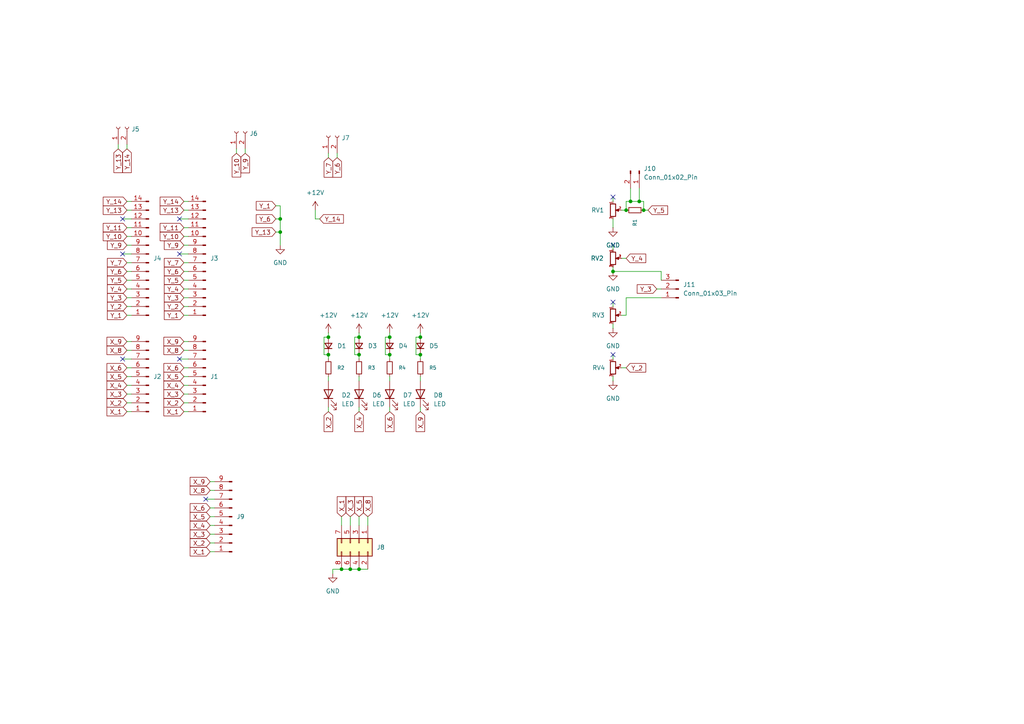
<source format=kicad_sch>
(kicad_sch (version 20250114) (generator "eeschema") (generator_version "9.0")
  (paper "A4")
  (lib_symbols
    (symbol "Connector:Conn_01x02_Pin" (pin_names (offset 1.016) (hide yes))
      (property "Reference" "J" (at 0 2.54 0))
      (property "Value" "Conn_01x02_Pin" (at 0 -5.08 0))
      (symbol "Conn_01x02_Pin_1_1"
        (rectangle (start 0.8636 0.127) (end 0 -0.127) (stroke (width 0.1524)) (fill (type outline)))
        (rectangle (start 0.8636 -2.413) (end 0 -2.667) (stroke (width 0.1524)) (fill (type outline)))
        (polyline (pts (xy 1.27 0) (xy 0.8636 0)) (stroke (width 0.1524)))
        (polyline (pts (xy 1.27 -2.54) (xy 0.8636 -2.54)) (stroke (width 0.1524)))
        (pin passive line (at 5.08 0 180) (length 3.81) (name "Pin_1") (number "1"))
        (pin passive line (at 5.08 -2.54 180) (length 3.81) (name "Pin_2") (number "2"))
      )
    )
    (symbol "Connector:Conn_01x02_Socket" (pin_names (offset 1.016) (hide yes))
      (property "Reference" "J" (at 0 2.54 0))
      (property "Value" "Conn_01x02_Socket" (at 0 -5.08 0))
      (symbol "Conn_01x02_Socket_1_1"
        (polyline (pts (xy -1.27 0) (xy -0.508 0)) (stroke (width 0.1524)))
        (polyline (pts (xy -1.27 -2.54) (xy -0.508 -2.54)) (stroke (width 0.1524)))
        (arc (start 0 -0.508) (mid -0.5058 0) (end 0 0.508) (stroke (width 0.1524)))
        (arc (start 0 -3.048) (mid -0.5058 -2.54) (end 0 -2.032) (stroke (width 0.1524)))
        (pin passive line (at -5.08 0 0) (length 3.81) (name "Pin_1") (number "1"))
        (pin passive line (at -5.08 -2.54 0) (length 3.81) (name "Pin_2") (number "2"))
      )
    )
    (symbol "Connector:Conn_01x03_Pin" (pin_names (offset 1.016) (hide yes))
      (property "Reference" "J" (at 0 5.08 0))
      (property "Value" "Conn_01x03_Pin" (at 0 -5.08 0))
      (symbol "Conn_01x03_Pin_1_1"
        (rectangle (start 0.8636 2.667) (end 0 2.413) (stroke (width 0.1524)) (fill (type outline)))
        (rectangle (start 0.8636 0.127) (end 0 -0.127) (stroke (width 0.1524)) (fill (type outline)))
        (rectangle (start 0.8636 -2.413) (end 0 -2.667) (stroke (width 0.1524)) (fill (type outline)))
        (polyline (pts (xy 1.27 2.54) (xy 0.8636 2.54)) (stroke (width 0.1524)))
        (polyline (pts (xy 1.27 0) (xy 0.8636 0)) (stroke (width 0.1524)))
        (polyline (pts (xy 1.27 -2.54) (xy 0.8636 -2.54)) (stroke (width 0.1524)))
        (pin passive line (at 5.08 2.54 180) (length 3.81) (name "Pin_1") (number "1"))
        (pin passive line (at 5.08 0 180) (length 3.81) (name "Pin_2") (number "2"))
        (pin passive line (at 5.08 -2.54 180) (length 3.81) (name "Pin_3") (number "3"))
      )
    )
    (symbol "Connector:Conn_01x09_Pin" (pin_names (offset 1.016) (hide yes))
      (property "Reference" "J" (at 0 12.7 0))
      (property "Value" "Conn_01x09_Pin" (at 0 -12.7 0))
      (symbol "Conn_01x09_Pin_1_1"
        (rectangle (start 0.8636 10.287) (end 0 10.033) (stroke (width 0.1524)) (fill (type outline)))
        (rectangle (start 0.8636 7.747) (end 0 7.493) (stroke (width 0.1524)) (fill (type outline)))
        (rectangle (start 0.8636 5.207) (end 0 4.953) (stroke (width 0.1524)) (fill (type outline)))
        (rectangle (start 0.8636 2.667) (end 0 2.413) (stroke (width 0.1524)) (fill (type outline)))
        (rectangle (start 0.8636 0.127) (end 0 -0.127) (stroke (width 0.1524)) (fill (type outline)))
        (rectangle (start 0.8636 -2.413) (end 0 -2.667) (stroke (width 0.1524)) (fill (type outline)))
        (rectangle (start 0.8636 -4.953) (end 0 -5.207) (stroke (width 0.1524)) (fill (type outline)))
        (rectangle (start 0.8636 -7.493) (end 0 -7.747) (stroke (width 0.1524)) (fill (type outline)))
        (rectangle (start 0.8636 -10.033) (end 0 -10.287) (stroke (width 0.1524)) (fill (type outline)))
        (polyline (pts (xy 1.27 10.16) (xy 0.8636 10.16)) (stroke (width 0.1524)))
        (polyline (pts (xy 1.27 7.62) (xy 0.8636 7.62)) (stroke (width 0.1524)))
        (polyline (pts (xy 1.27 5.08) (xy 0.8636 5.08)) (stroke (width 0.1524)))
        (polyline (pts (xy 1.27 2.54) (xy 0.8636 2.54)) (stroke (width 0.1524)))
        (polyline (pts (xy 1.27 0) (xy 0.8636 0)) (stroke (width 0.1524)))
        (polyline (pts (xy 1.27 -2.54) (xy 0.8636 -2.54)) (stroke (width 0.1524)))
        (polyline (pts (xy 1.27 -5.08) (xy 0.8636 -5.08)) (stroke (width 0.1524)))
        (polyline (pts (xy 1.27 -7.62) (xy 0.8636 -7.62)) (stroke (width 0.1524)))
        (polyline (pts (xy 1.27 -10.16) (xy 0.8636 -10.16)) (stroke (width 0.1524)))
        (pin passive line (at 5.08 10.16 180) (length 3.81) (name "Pin_1") (number "1"))
        (pin passive line (at 5.08 7.62 180) (length 3.81) (name "Pin_2") (number "2"))
        (pin passive line (at 5.08 5.08 180) (length 3.81) (name "Pin_3") (number "3"))
        (pin passive line (at 5.08 2.54 180) (length 3.81) (name "Pin_4") (number "4"))
        (pin passive line (at 5.08 0 180) (length 3.81) (name "Pin_5") (number "5"))
        (pin passive line (at 5.08 -2.54 180) (length 3.81) (name "Pin_6") (number "6"))
        (pin passive line (at 5.08 -5.08 180) (length 3.81) (name "Pin_7") (number "7"))
        (pin passive line (at 5.08 -7.62 180) (length 3.81) (name "Pin_8") (number "8"))
        (pin passive line (at 5.08 -10.16 180) (length 3.81) (name "Pin_9") (number "9"))
      )
    )
    (symbol "Connector:Conn_01x14_Pin" (pin_names (offset 1.016) (hide yes))
      (property "Reference" "J" (at 0 17.78 0))
      (property "Value" "Conn_01x14_Pin" (at 0 -20.32 0))
      (symbol "Conn_01x14_Pin_1_1"
        (rectangle (start 0.8636 15.367) (end 0 15.113) (stroke (width 0.1524)) (fill (type outline)))
        (rectangle (start 0.8636 12.827) (end 0 12.573) (stroke (width 0.1524)) (fill (type outline)))
        (rectangle (start 0.8636 10.287) (end 0 10.033) (stroke (width 0.1524)) (fill (type outline)))
        (rectangle (start 0.8636 7.747) (end 0 7.493) (stroke (width 0.1524)) (fill (type outline)))
        (rectangle (start 0.8636 5.207) (end 0 4.953) (stroke (width 0.1524)) (fill (type outline)))
        (rectangle (start 0.8636 2.667) (end 0 2.413) (stroke (width 0.1524)) (fill (type outline)))
        (rectangle (start 0.8636 0.127) (end 0 -0.127) (stroke (width 0.1524)) (fill (type outline)))
        (rectangle (start 0.8636 -2.413) (end 0 -2.667) (stroke (width 0.1524)) (fill (type outline)))
        (rectangle (start 0.8636 -4.953) (end 0 -5.207) (stroke (width 0.1524)) (fill (type outline)))
        (rectangle (start 0.8636 -7.493) (end 0 -7.747) (stroke (width 0.1524)) (fill (type outline)))
        (rectangle (start 0.8636 -10.033) (end 0 -10.287) (stroke (width 0.1524)) (fill (type outline)))
        (rectangle (start 0.8636 -12.573) (end 0 -12.827) (stroke (width 0.1524)) (fill (type outline)))
        (rectangle (start 0.8636 -15.113) (end 0 -15.367) (stroke (width 0.1524)) (fill (type outline)))
        (rectangle (start 0.8636 -17.653) (end 0 -17.907) (stroke (width 0.1524)) (fill (type outline)))
        (polyline (pts (xy 1.27 15.24) (xy 0.8636 15.24)) (stroke (width 0.1524)))
        (polyline (pts (xy 1.27 12.7) (xy 0.8636 12.7)) (stroke (width 0.1524)))
        (polyline (pts (xy 1.27 10.16) (xy 0.8636 10.16)) (stroke (width 0.1524)))
        (polyline (pts (xy 1.27 7.62) (xy 0.8636 7.62)) (stroke (width 0.1524)))
        (polyline (pts (xy 1.27 5.08) (xy 0.8636 5.08)) (stroke (width 0.1524)))
        (polyline (pts (xy 1.27 2.54) (xy 0.8636 2.54)) (stroke (width 0.1524)))
        (polyline (pts (xy 1.27 0) (xy 0.8636 0)) (stroke (width 0.1524)))
        (polyline (pts (xy 1.27 -2.54) (xy 0.8636 -2.54)) (stroke (width 0.1524)))
        (polyline (pts (xy 1.27 -5.08) (xy 0.8636 -5.08)) (stroke (width 0.1524)))
        (polyline (pts (xy 1.27 -7.62) (xy 0.8636 -7.62)) (stroke (width 0.1524)))
        (polyline (pts (xy 1.27 -10.16) (xy 0.8636 -10.16)) (stroke (width 0.1524)))
        (polyline (pts (xy 1.27 -12.7) (xy 0.8636 -12.7)) (stroke (width 0.1524)))
        (polyline (pts (xy 1.27 -15.24) (xy 0.8636 -15.24)) (stroke (width 0.1524)))
        (polyline (pts (xy 1.27 -17.78) (xy 0.8636 -17.78)) (stroke (width 0.1524)))
        (pin passive line (at 5.08 15.24 180) (length 3.81) (name "Pin_1") (number "1"))
        (pin passive line (at 5.08 12.7 180) (length 3.81) (name "Pin_2") (number "2"))
        (pin passive line (at 5.08 10.16 180) (length 3.81) (name "Pin_3") (number "3"))
        (pin passive line (at 5.08 7.62 180) (length 3.81) (name "Pin_4") (number "4"))
        (pin passive line (at 5.08 5.08 180) (length 3.81) (name "Pin_5") (number "5"))
        (pin passive line (at 5.08 2.54 180) (length 3.81) (name "Pin_6") (number "6"))
        (pin passive line (at 5.08 0 180) (length 3.81) (name "Pin_7") (number "7"))
        (pin passive line (at 5.08 -2.54 180) (length 3.81) (name "Pin_8") (number "8"))
        (pin passive line (at 5.08 -5.08 180) (length 3.81) (name "Pin_9") (number "9"))
        (pin passive line (at 5.08 -7.62 180) (length 3.81) (name "Pin_10") (number "10"))
        (pin passive line (at 5.08 -10.16 180) (length 3.81) (name "Pin_11") (number "11"))
        (pin passive line (at 5.08 -12.7 180) (length 3.81) (name "Pin_12") (number "12"))
        (pin passive line (at 5.08 -15.24 180) (length 3.81) (name "Pin_13") (number "13"))
        (pin passive line (at 5.08 -17.78 180) (length 3.81) (name "Pin_14") (number "14"))
      )
    )
    (symbol "Connector_Generic:Conn_02x04_Odd_Even" (pin_names (offset 1.016) (hide yes))
      (property "Reference" "J" (at 1.27 5.08 0))
      (property "Value" "Conn_02x04_Odd_Even" (at 1.27 -7.62 0))
      (symbol "Conn_02x04_Odd_Even_1_1"
        (rectangle (start -1.27 3.81) (end 3.81 -6.35) (stroke (width 0.254)) (fill (type background)))
        (rectangle (start -1.27 2.667) (end 0 2.413) (stroke (width 0.1524)))
        (rectangle (start -1.27 0.127) (end 0 -0.127) (stroke (width 0.1524)))
        (rectangle (start -1.27 -2.413) (end 0 -2.667) (stroke (width 0.1524)))
        (rectangle (start -1.27 -4.953) (end 0 -5.207) (stroke (width 0.1524)))
        (rectangle (start 3.81 2.667) (end 2.54 2.413) (stroke (width 0.1524)))
        (rectangle (start 3.81 0.127) (end 2.54 -0.127) (stroke (width 0.1524)))
        (rectangle (start 3.81 -2.413) (end 2.54 -2.667) (stroke (width 0.1524)))
        (rectangle (start 3.81 -4.953) (end 2.54 -5.207) (stroke (width 0.1524)))
        (pin passive line (at -5.08 2.54 0) (length 3.81) (name "Pin_1") (number "1"))
        (pin passive line (at -5.08 0 0) (length 3.81) (name "Pin_3") (number "3"))
        (pin passive line (at -5.08 -2.54 0) (length 3.81) (name "Pin_5") (number "5"))
        (pin passive line (at -5.08 -5.08 0) (length 3.81) (name "Pin_7") (number "7"))
        (pin passive line (at 7.62 2.54 180) (length 3.81) (name "Pin_2") (number "2"))
        (pin passive line (at 7.62 0 180) (length 3.81) (name "Pin_4") (number "4"))
        (pin passive line (at 7.62 -2.54 180) (length 3.81) (name "Pin_6") (number "6"))
        (pin passive line (at 7.62 -5.08 180) (length 3.81) (name "Pin_8") (number "8"))
      )
    )
    (symbol "Device:D_Small" (pin_numbers (hide yes)) (pin_names (offset 0.254) (hide yes))
      (property "Reference" "D" (at -1.27 2.032 0))
      (property "Value" "D_Small" (at -3.81 -2.032 0))
      (symbol "D_Small_0_1"
        (polyline (pts (xy -0.762 0) (xy 0.762 0)))
        (polyline (pts (xy -0.762 -1.016) (xy -0.762 1.016)) (stroke (width 0.254)))
        (polyline (pts (xy 0.762 -1.016) (xy -0.762 0) (xy 0.762 1.016) (xy 0.762 -1.016)) (stroke (width 0.254)))
      )
      (symbol "D_Small_1_1"
        (pin passive line (at -2.54 0 0) (length 1.778) (name "K") (number "1"))
        (pin passive line (at 2.54 0 180) (length 1.778) (name "A") (number "2"))
      )
    )
    (symbol "Device:LED" (pin_numbers (hide yes)) (pin_names (offset 1.016) (hide yes))
      (property "Reference" "D" (at 0 2.54 0))
      (property "Value" "LED" (at 0 -2.54 0))
      (symbol "LED_0_1"
        (polyline (pts (xy -3.048 -0.762) (xy -4.572 -2.286) (xy -3.81 -2.286) (xy -4.572 -2.286) (xy -4.572 -1.524)))
        (polyline (pts (xy -1.778 -0.762) (xy -3.302 -2.286) (xy -2.54 -2.286) (xy -3.302 -2.286) (xy -3.302 -1.524)))
        (polyline (pts (xy -1.27 0) (xy 1.27 0)))
        (polyline (pts (xy -1.27 -1.27) (xy -1.27 1.27)) (stroke (width 0.254)))
        (polyline (pts (xy 1.27 -1.27) (xy 1.27 1.27) (xy -1.27 0) (xy 1.27 -1.27)) (stroke (width 0.254)))
      )
      (symbol "LED_1_1"
        (pin passive line (at -3.81 0 0) (length 2.54) (name "K") (number "1"))
        (pin passive line (at 3.81 0 180) (length 2.54) (name "A") (number "2"))
      )
    )
    (symbol "Device:R_Potentiometer_Small" (pin_names (offset 1.016) (hide yes))
      (property "Reference" "RV" (at -4.445 0 90))
      (property "Value" "R_Potentiometer_Small" (at -2.54 0 90))
      (symbol "R_Potentiometer_Small_0_1"
        (rectangle (start 0.762 1.8034) (end -0.762 -1.8034) (stroke (width 0.254)))
        (polyline (pts (xy 0.889 0) (xy 0.635 0) (xy 1.651 0.381) (xy 1.651 -0.381) (xy 0.635 0) (xy 0.889 0)) (fill (type outline)))
      )
      (symbol "R_Potentiometer_Small_1_1"
        (pin passive line (at 0 2.54 270) (length 0.635) (name "1") (number "1"))
        (pin passive line (at 0 -2.54 90) (length 0.635) (name "3") (number "3"))
        (pin passive line (at 2.54 0 180) (length 0.9906) (name "2") (number "2"))
      )
    )
    (symbol "Device:R_Small" (pin_numbers (hide yes)) (pin_names (offset 0.254) (hide yes))
      (property "Reference" "R" (at 0 0 90))
      (property "Value" "R_Small" (at 1.778 0 90))
      (symbol "R_Small_0_1"
        (rectangle (start -0.762 1.778) (end 0.762 -1.778) (stroke (width 0.2032)))
      )
      (symbol "R_Small_1_1"
        (pin passive line (at 0 2.54 270) (length 0.762) (name "~") (number "1"))
        (pin passive line (at 0 -2.54 90) (length 0.762) (name "~") (number "2"))
      )
    )
    (symbol "power:+12V" (power) (pin_numbers (hide yes)) (pin_names (offset 0) (hide yes))
      (property "Value" "+12V" (at 0 3.556 0))
      (symbol "+12V_0_1"
        (polyline (pts (xy -0.762 1.27) (xy 0 2.54)))
        (polyline (pts (xy 0 2.54) (xy 0.762 1.27)))
        (polyline (pts (xy 0 0) (xy 0 2.54)))
      )
      (symbol "+12V_1_1"
        (pin power_in line (at 0 0 90) (length 0) (name "~") (number "1"))
      )
    )
    (symbol "power:GND" (power) (pin_numbers (hide yes)) (pin_names (offset 0) (hide yes))
      (property "Value" "GND" (at 0 -3.81 0))
      (symbol "GND_0_1"
        (polyline (pts (xy 0 0) (xy 0 -1.27) (xy 1.27 -1.27) (xy 0 -2.54) (xy -1.27 -1.27) (xy 0 -1.27)))
      )
      (symbol "GND_1_1"
        (pin power_in line (at 0 0 270) (length 0) (name "~") (number "1"))
      )
    )
  )
  (junction (at 113.03 97.79))
  (junction (at 81.28 63.5))
  (junction (at 186.69 60.96))
  (junction (at 95.25 97.79))
  (junction (at 101.6 165.1))
  (junction (at 113.03 102.87))
  (junction (at 95.25 102.87))
  (junction (at 104.14 97.79))
  (junction (at 99.06 165.1))
  (junction (at 181.61 60.96))
  (junction (at 182.88 58.42))
  (junction (at 177.8 78.74))
  (junction (at 104.14 165.1))
  (junction (at 81.28 67.31))
  (junction (at 121.92 102.87))
  (junction (at 104.14 102.87))
  (junction (at 121.92 97.79))
  (junction (at 185.42 58.42))
  (no_connect (at 52.07 63.5))
  (no_connect (at 35.56 63.5))
  (no_connect (at 59.69 144.78))
  (no_connect (at 35.56 73.66))
  (no_connect (at 177.8 71.12))
  (no_connect (at 177.8 102.87))
  (no_connect (at 177.8 87.63))
  (no_connect (at 52.07 73.66))
  (no_connect (at 35.56 104.14))
  (no_connect (at 177.8 57.15))
  (no_connect (at 52.07 104.14))
  (wire (pts (xy 113.03 102.87) (xy 113.03 104.14)))
  (wire (pts (xy 59.69 144.78) (xy 62.23 144.78)))
  (wire (pts (xy 99.06 165.1) (xy 101.6 165.1)))
  (wire (pts (xy 36.83 109.22) (xy 38.1 109.22)))
  (wire (pts (xy 186.69 58.42) (xy 186.69 60.96)))
  (wire (pts (xy 60.96 160.02) (xy 62.23 160.02)))
  (wire (pts (xy 53.34 116.84) (xy 54.61 116.84)))
  (wire (pts (xy 36.83 60.96) (xy 38.1 60.96)))
  (wire (pts (xy 121.92 96.52) (xy 121.92 97.79)))
  (wire (pts (xy 60.96 157.48) (xy 62.23 157.48)))
  (wire (pts (xy 177.8 57.15) (xy 177.8 58.42)))
  (wire (pts (xy 95.25 118.11) (xy 95.25 119.38)))
  (wire (pts (xy 177.8 87.63) (xy 177.8 88.9)))
  (wire (pts (xy 93.98 97.79) (xy 93.98 102.87)))
  (wire (pts (xy 120.65 97.79) (xy 120.65 102.87)))
  (wire (pts (xy 52.07 63.5) (xy 54.61 63.5)))
  (wire (pts (xy 111.76 97.79) (xy 111.76 102.87)))
  (wire (pts (xy 53.34 66.04) (xy 54.61 66.04)))
  (wire (pts (xy 36.83 91.44) (xy 38.1 91.44)))
  (wire (pts (xy 53.34 86.36) (xy 54.61 86.36)))
  (wire (pts (xy 53.34 111.76) (xy 54.61 111.76)))
  (wire (pts (xy 36.83 83.82) (xy 38.1 83.82)))
  (wire (pts (xy 120.65 102.87) (xy 121.92 102.87)))
  (wire (pts (xy 60.96 139.7) (xy 62.23 139.7)))
  (wire (pts (xy 60.96 152.4) (xy 62.23 152.4)))
  (wire (pts (xy 177.8 102.87) (xy 177.8 104.14)))
  (wire (pts (xy 95.25 97.79) (xy 93.98 97.79)))
  (wire (pts (xy 104.14 102.87) (xy 104.14 104.14)))
  (wire (pts (xy 36.83 76.2) (xy 38.1 76.2)))
  (wire (pts (xy 36.83 66.04) (xy 38.1 66.04)))
  (wire (pts (xy 97.79 44.45) (xy 97.79 45.72)))
  (wire (pts (xy 95.25 44.45) (xy 95.25 45.72)))
  (wire (pts (xy 60.96 154.94) (xy 62.23 154.94)))
  (wire (pts (xy 95.25 109.22) (xy 95.25 110.49)))
  (wire (pts (xy 36.83 99.06) (xy 38.1 99.06)))
  (wire (pts (xy 190.5 83.82) (xy 191.77 83.82)))
  (wire (pts (xy 121.92 102.87) (xy 121.92 104.14)))
  (wire (pts (xy 102.87 97.79) (xy 102.87 102.87)))
  (wire (pts (xy 53.34 101.6) (xy 54.61 101.6)))
  (wire (pts (xy 68.58 43.18) (xy 68.58 44.45)))
  (wire (pts (xy 36.83 101.6) (xy 38.1 101.6)))
  (wire (pts (xy 96.52 165.1) (xy 99.06 165.1)))
  (wire (pts (xy 81.28 71.12) (xy 81.28 67.31)))
  (wire (pts (xy 81.28 63.5) (xy 81.28 59.69)))
  (wire (pts (xy 35.56 104.14) (xy 38.1 104.14)))
  (wire (pts (xy 53.34 60.96) (xy 54.61 60.96)))
  (wire (pts (xy 113.03 96.52) (xy 113.03 97.79)))
  (wire (pts (xy 91.44 60.96) (xy 91.44 63.5)))
  (wire (pts (xy 121.92 109.22) (xy 121.92 110.49)))
  (wire (pts (xy 180.34 106.68) (xy 181.61 106.68)))
  (wire (pts (xy 81.28 59.69) (xy 80.01 59.69)))
  (wire (pts (xy 53.34 58.42) (xy 54.61 58.42)))
  (wire (pts (xy 81.28 67.31) (xy 81.28 63.5)))
  (wire (pts (xy 180.34 91.44) (xy 181.61 91.44)))
  (wire (pts (xy 102.87 102.87) (xy 104.14 102.87)))
  (wire (pts (xy 104.14 97.79) (xy 102.87 97.79)))
  (wire (pts (xy 104.14 165.1) (xy 106.68 165.1)))
  (wire (pts (xy 113.03 97.79) (xy 111.76 97.79)))
  (wire (pts (xy 36.83 81.28) (xy 38.1 81.28)))
  (wire (pts (xy 191.77 78.74) (xy 191.77 81.28)))
  (wire (pts (xy 185.42 58.42) (xy 186.69 58.42)))
  (wire (pts (xy 91.44 63.5) (xy 92.71 63.5)))
  (wire (pts (xy 53.34 81.28) (xy 54.61 81.28)))
  (wire (pts (xy 36.83 71.12) (xy 38.1 71.12)))
  (wire (pts (xy 53.34 106.68) (xy 54.61 106.68)))
  (wire (pts (xy 60.96 147.32) (xy 62.23 147.32)))
  (wire (pts (xy 182.88 54.61) (xy 182.88 58.42)))
  (wire (pts (xy 177.8 63.5) (xy 177.8 66.04)))
  (wire (pts (xy 53.34 76.2) (xy 54.61 76.2)))
  (wire (pts (xy 36.83 119.38) (xy 38.1 119.38)))
  (wire (pts (xy 181.61 86.36) (xy 181.61 91.44)))
  (wire (pts (xy 53.34 71.12) (xy 54.61 71.12)))
  (wire (pts (xy 95.25 102.87) (xy 95.25 104.14)))
  (wire (pts (xy 36.83 114.3) (xy 38.1 114.3)))
  (wire (pts (xy 101.6 149.86) (xy 101.6 152.4)))
  (wire (pts (xy 52.07 104.14) (xy 54.61 104.14)))
  (wire (pts (xy 121.92 118.11) (xy 121.92 119.38)))
  (wire (pts (xy 53.34 109.22) (xy 54.61 109.22)))
  (wire (pts (xy 53.34 68.58) (xy 54.61 68.58)))
  (wire (pts (xy 34.29 41.91) (xy 34.29 43.18)))
  (wire (pts (xy 53.34 78.74) (xy 54.61 78.74)))
  (wire (pts (xy 80.01 63.5) (xy 81.28 63.5)))
  (wire (pts (xy 180.34 60.96) (xy 181.61 60.96)))
  (wire (pts (xy 36.83 58.42) (xy 38.1 58.42)))
  (wire (pts (xy 185.42 54.61) (xy 185.42 58.42)))
  (wire (pts (xy 71.12 43.18) (xy 71.12 44.45)))
  (wire (pts (xy 101.6 165.1) (xy 104.14 165.1)))
  (wire (pts (xy 53.34 88.9) (xy 54.61 88.9)))
  (wire (pts (xy 36.83 41.91) (xy 36.83 43.18)))
  (wire (pts (xy 180.34 74.93) (xy 181.61 74.93)))
  (wire (pts (xy 177.8 78.74) (xy 191.77 78.74)))
  (wire (pts (xy 35.56 73.66) (xy 38.1 73.66)))
  (wire (pts (xy 36.83 111.76) (xy 38.1 111.76)))
  (wire (pts (xy 53.34 83.82) (xy 54.61 83.82)))
  (wire (pts (xy 99.06 149.86) (xy 99.06 152.4)))
  (wire (pts (xy 191.77 86.36) (xy 181.61 86.36)))
  (wire (pts (xy 181.61 60.96) (xy 181.61 58.42)))
  (wire (pts (xy 104.14 109.22) (xy 104.14 110.49)))
  (wire (pts (xy 95.25 96.52) (xy 95.25 97.79)))
  (wire (pts (xy 177.8 71.12) (xy 177.8 72.39)))
  (wire (pts (xy 104.14 149.86) (xy 104.14 152.4)))
  (wire (pts (xy 111.76 102.87) (xy 113.03 102.87)))
  (wire (pts (xy 36.83 106.68) (xy 38.1 106.68)))
  (wire (pts (xy 60.96 149.86) (xy 62.23 149.86)))
  (wire (pts (xy 35.56 63.5) (xy 38.1 63.5)))
  (wire (pts (xy 121.92 97.79) (xy 120.65 97.79)))
  (wire (pts (xy 36.83 78.74) (xy 38.1 78.74)))
  (wire (pts (xy 36.83 86.36) (xy 38.1 86.36)))
  (wire (pts (xy 36.83 88.9) (xy 38.1 88.9)))
  (wire (pts (xy 177.8 77.47) (xy 177.8 78.74)))
  (wire (pts (xy 177.8 93.98) (xy 177.8 95.25)))
  (wire (pts (xy 104.14 96.52) (xy 104.14 97.79)))
  (wire (pts (xy 106.68 149.86) (xy 106.68 152.4)))
  (wire (pts (xy 113.03 118.11) (xy 113.03 119.38)))
  (wire (pts (xy 36.83 68.58) (xy 38.1 68.58)))
  (wire (pts (xy 53.34 91.44) (xy 54.61 91.44)))
  (wire (pts (xy 113.03 109.22) (xy 113.03 110.49)))
  (wire (pts (xy 177.8 109.22) (xy 177.8 110.49)))
  (wire (pts (xy 53.34 119.38) (xy 54.61 119.38)))
  (wire (pts (xy 53.34 99.06) (xy 54.61 99.06)))
  (wire (pts (xy 52.07 73.66) (xy 54.61 73.66)))
  (wire (pts (xy 181.61 58.42) (xy 182.88 58.42)))
  (wire (pts (xy 80.01 67.31) (xy 81.28 67.31)))
  (wire (pts (xy 53.34 114.3) (xy 54.61 114.3)))
  (wire (pts (xy 182.88 58.42) (xy 185.42 58.42)))
  (wire (pts (xy 36.83 116.84) (xy 38.1 116.84)))
  (wire (pts (xy 104.14 118.11) (xy 104.14 119.38)))
  (wire (pts (xy 93.98 102.87) (xy 95.25 102.87)))
  (wire (pts (xy 60.96 142.24) (xy 62.23 142.24)))
  (wire (pts (xy 96.52 166.37) (xy 96.52 165.1)))
  (wire (pts (xy 186.69 60.96) (xy 187.96 60.96)))
  (global_label "X_1" (shape input) (at 53.34 119.38 180) (property "Intersheetrefs" "${INTERSHEET_REFS}" (effects (hide yes))))
  (global_label "X_3" (shape input) (at 36.83 114.3 180) (property "Intersheetrefs" "${INTERSHEET_REFS}" (effects (hide yes))))
  (global_label "X_8" (shape input) (at 36.83 101.6 180) (property "Intersheetrefs" "${INTERSHEET_REFS}" (effects (hide yes))))
  (global_label "X_4" (shape input) (at 36.83 111.76 180) (property "Intersheetrefs" "${INTERSHEET_REFS}" (effects (hide yes))))
  (global_label "Y_7" (shape input) (at 53.34 76.2 180) (property "Intersheetrefs" "${INTERSHEET_REFS}" (effects (hide yes))))
  (global_label "X_2" (shape input) (at 53.34 116.84 180) (property "Intersheetrefs" "${INTERSHEET_REFS}" (effects (hide yes))))
  (global_label "X_4" (shape input) (at 60.96 152.4 180) (property "Intersheetrefs" "${INTERSHEET_REFS}" (effects (hide yes))))
  (global_label "Y_10" (shape input) (at 68.58 44.45 270) (property "Intersheetrefs" "${INTERSHEET_REFS}" (effects (hide yes))))
  (global_label "X_1" (shape input) (at 99.06 149.86 90) (property "Intersheetrefs" "${INTERSHEET_REFS}" (effects (hide yes))))
  (global_label "Y_4" (shape input) (at 181.61 74.93 0) (property "Intersheetrefs" "${INTERSHEET_REFS}" (effects (hide yes))))
  (global_label "X_4" (shape input) (at 104.14 119.38 270) (property "Intersheetrefs" "${INTERSHEET_REFS}" (effects (hide yes))))
  (global_label "Y_3" (shape input) (at 36.83 86.36 180) (property "Intersheetrefs" "${INTERSHEET_REFS}" (effects (hide yes))))
  (global_label "X_5" (shape input) (at 104.14 149.86 90) (property "Intersheetrefs" "${INTERSHEET_REFS}" (effects (hide yes))))
  (global_label "X_2" (shape input) (at 60.96 157.48 180) (property "Intersheetrefs" "${INTERSHEET_REFS}" (effects (hide yes))))
  (global_label "Y_6" (shape input) (at 97.79 45.72 270) (property "Intersheetrefs" "${INTERSHEET_REFS}" (effects (hide yes))))
  (global_label "Y_9" (shape input) (at 36.83 71.12 180) (property "Intersheetrefs" "${INTERSHEET_REFS}" (effects (hide yes))))
  (global_label "Y_1" (shape input) (at 80.01 59.69 180) (property "Intersheetrefs" "${INTERSHEET_REFS}" (effects (hide yes))))
  (global_label "Y_3" (shape input) (at 53.34 86.36 180) (property "Intersheetrefs" "${INTERSHEET_REFS}" (effects (hide yes))))
  (global_label "Y_6" (shape input) (at 80.01 63.5 180) (property "Intersheetrefs" "${INTERSHEET_REFS}" (effects (hide yes))))
  (global_label "X_5" (shape input) (at 60.96 149.86 180) (property "Intersheetrefs" "${INTERSHEET_REFS}" (effects (hide yes))))
  (global_label "Y_2" (shape input) (at 53.34 88.9 180) (property "Intersheetrefs" "${INTERSHEET_REFS}" (effects (hide yes))))
  (global_label "Y_6" (shape input) (at 36.83 78.74 180) (property "Intersheetrefs" "${INTERSHEET_REFS}" (effects (hide yes))))
  (global_label "X_8" (shape input) (at 53.34 101.6 180) (property "Intersheetrefs" "${INTERSHEET_REFS}" (effects (hide yes))))
  (global_label "Y_1" (shape input) (at 53.34 91.44 180) (property "Intersheetrefs" "${INTERSHEET_REFS}" (effects (hide yes))))
  (global_label "Y_2" (shape input) (at 181.61 106.68 0) (property "Intersheetrefs" "${INTERSHEET_REFS}" (effects (hide yes))))
  (global_label "Y_10" (shape input) (at 53.34 68.58 180) (property "Intersheetrefs" "${INTERSHEET_REFS}" (effects (hide yes))))
  (global_label "Y_5" (shape input) (at 53.34 81.28 180) (property "Intersheetrefs" "${INTERSHEET_REFS}" (effects (hide yes))))
  (global_label "X_9" (shape input) (at 60.96 139.7 180) (property "Intersheetrefs" "${INTERSHEET_REFS}" (effects (hide yes))))
  (global_label "Y_14" (shape input) (at 53.34 58.42 180) (property "Intersheetrefs" "${INTERSHEET_REFS}" (effects (hide yes))))
  (global_label "Y_2" (shape input) (at 36.83 88.9 180) (property "Intersheetrefs" "${INTERSHEET_REFS}" (effects (hide yes))))
  (global_label "X_9" (shape input) (at 53.34 99.06 180) (property "Intersheetrefs" "${INTERSHEET_REFS}" (effects (hide yes))))
  (global_label "Y_9" (shape input) (at 71.12 44.45 270) (property "Intersheetrefs" "${INTERSHEET_REFS}" (effects (hide yes))))
  (global_label "X_1" (shape input) (at 36.83 119.38 180) (property "Intersheetrefs" "${INTERSHEET_REFS}" (effects (hide yes))))
  (global_label "X_5" (shape input) (at 53.34 109.22 180) (property "Intersheetrefs" "${INTERSHEET_REFS}" (effects (hide yes))))
  (global_label "X_9" (shape input) (at 121.92 119.38 270) (property "Intersheetrefs" "${INTERSHEET_REFS}" (effects (hide yes))))
  (global_label "Y_14" (shape input) (at 92.71 63.5 0) (property "Intersheetrefs" "${INTERSHEET_REFS}" (effects (hide yes))))
  (global_label "Y_7" (shape input) (at 36.83 76.2 180) (property "Intersheetrefs" "${INTERSHEET_REFS}" (effects (hide yes))))
  (global_label "Y_4" (shape input) (at 36.83 83.82 180) (property "Intersheetrefs" "${INTERSHEET_REFS}" (effects (hide yes))))
  (global_label "X_3" (shape input) (at 60.96 154.94 180) (property "Intersheetrefs" "${INTERSHEET_REFS}" (effects (hide yes))))
  (global_label "X_3" (shape input) (at 53.34 114.3 180) (property "Intersheetrefs" "${INTERSHEET_REFS}" (effects (hide yes))))
  (global_label "Y_7" (shape input) (at 95.25 45.72 270) (property "Intersheetrefs" "${INTERSHEET_REFS}" (effects (hide yes))))
  (global_label "X_1" (shape input) (at 60.96 160.02 180) (property "Intersheetrefs" "${INTERSHEET_REFS}" (effects (hide yes))))
  (global_label "Y_13" (shape input) (at 36.83 60.96 180) (property "Intersheetrefs" "${INTERSHEET_REFS}" (effects (hide yes))))
  (global_label "X_6" (shape input) (at 60.96 147.32 180) (property "Intersheetrefs" "${INTERSHEET_REFS}" (effects (hide yes))))
  (global_label "Y_11" (shape input) (at 36.83 66.04 180) (property "Intersheetrefs" "${INTERSHEET_REFS}" (effects (hide yes))))
  (global_label "Y_13" (shape input) (at 80.01 67.31 180) (property "Intersheetrefs" "${INTERSHEET_REFS}" (effects (hide yes))))
  (global_label "Y_13" (shape input) (at 34.29 43.18 270) (property "Intersheetrefs" "${INTERSHEET_REFS}" (effects (hide yes))))
  (global_label "X_9" (shape input) (at 36.83 99.06 180) (property "Intersheetrefs" "${INTERSHEET_REFS}" (effects (hide yes))))
  (global_label "Y_6" (shape input) (at 53.34 78.74 180) (property "Intersheetrefs" "${INTERSHEET_REFS}" (effects (hide yes))))
  (global_label "X_3" (shape input) (at 101.6 149.86 90) (property "Intersheetrefs" "${INTERSHEET_REFS}" (effects (hide yes))))
  (global_label "X_2" (shape input) (at 36.83 116.84 180) (property "Intersheetrefs" "${INTERSHEET_REFS}" (effects (hide yes))))
  (global_label "X_6" (shape input) (at 53.34 106.68 180) (property "Intersheetrefs" "${INTERSHEET_REFS}" (effects (hide yes))))
  (global_label "X_6" (shape input) (at 113.03 119.38 270) (property "Intersheetrefs" "${INTERSHEET_REFS}" (effects (hide yes))))
  (global_label "Y_14" (shape input) (at 36.83 58.42 180) (property "Intersheetrefs" "${INTERSHEET_REFS}" (effects (hide yes))))
  (global_label "Y_11" (shape input) (at 53.34 66.04 180) (property "Intersheetrefs" "${INTERSHEET_REFS}" (effects (hide yes))))
  (global_label "Y_13" (shape input) (at 53.34 60.96 180) (property "Intersheetrefs" "${INTERSHEET_REFS}" (effects (hide yes))))
  (global_label "Y_4" (shape input) (at 53.34 83.82 180) (property "Intersheetrefs" "${INTERSHEET_REFS}" (effects (hide yes))))
  (global_label "X_8" (shape input) (at 60.96 142.24 180) (property "Intersheetrefs" "${INTERSHEET_REFS}" (effects (hide yes))))
  (global_label "Y_5" (shape input) (at 187.96 60.96 0) (property "Intersheetrefs" "${INTERSHEET_REFS}" (effects (hide yes))))
  (global_label "Y_3" (shape input) (at 190.5 83.82 180) (property "Intersheetrefs" "${INTERSHEET_REFS}" (effects (hide yes))))
  (global_label "X_6" (shape input) (at 36.83 106.68 180) (property "Intersheetrefs" "${INTERSHEET_REFS}" (effects (hide yes))))
  (global_label "X_2" (shape input) (at 95.25 119.38 270) (property "Intersheetrefs" "${INTERSHEET_REFS}" (effects (hide yes))))
  (global_label "Y_10" (shape input) (at 36.83 68.58 180) (property "Intersheetrefs" "${INTERSHEET_REFS}" (effects (hide yes))))
  (global_label "Y_1" (shape input) (at 36.83 91.44 180) (property "Intersheetrefs" "${INTERSHEET_REFS}" (effects (hide yes))))
  (global_label "X_8" (shape input) (at 106.68 149.86 90) (property "Intersheetrefs" "${INTERSHEET_REFS}" (effects (hide yes))))
  (global_label "X_4" (shape input) (at 53.34 111.76 180) (property "Intersheetrefs" "${INTERSHEET_REFS}" (effects (hide yes))))
  (global_label "Y_9" (shape input) (at 53.34 71.12 180) (property "Intersheetrefs" "${INTERSHEET_REFS}" (effects (hide yes))))
  (global_label "X_5" (shape input) (at 36.83 109.22 180) (property "Intersheetrefs" "${INTERSHEET_REFS}" (effects (hide yes))))
  (global_label "Y_5" (shape input) (at 36.83 81.28 180) (property "Intersheetrefs" "${INTERSHEET_REFS}" (effects (hide yes))))
  (global_label "Y_14" (shape input) (at 36.83 43.18 270) (property "Intersheetrefs" "${INTERSHEET_REFS}" (effects (hide yes))))
  (symbol (lib_id "Device:R_Small") (at 104.14 106.68 0) (unit 1)
    (property "Reference" "R3" (at 106.68 106.6799 0) (effects (font (size 1.016 1.016)) (justify left)))
    (property "Value" "R_Small" (effects (hide yes)))
    (property "Footprint" "Resistor_SMD:R_0805_2012Metric" (effects (hide yes)))
    (property "Description" "Resistor, small symbol" (effects (hide yes)))
  )
  (symbol (lib_id "Connector:Conn_01x14_Pin") (at 43.18 76.2 180) (unit 1)
    (property "Reference" "J4" (at 44.45 74.9299 0) (effects (justify right)))
    (property "Value" "Conn_01x14_Pin" (effects (hide yes)))
    (property "Footprint" "Connector_PinHeader_2.54mm:PinHeader_1x14_P2.54mm_Vertical" (effects (hide yes)))
    (property "Description" "Generic connector, single row, 01x14, script generated" (effects (hide yes)))
  )
  (symbol (lib_id "Device:R_Small") (at 113.03 106.68 0) (unit 1)
    (property "Reference" "R4" (at 115.57 106.6799 0) (effects (font (size 1.016 1.016)) (justify left)))
    (property "Value" "R_Small" (effects (hide yes)))
    (property "Footprint" "Resistor_SMD:R_0805_2012Metric" (effects (hide yes)))
    (property "Description" "Resistor, small symbol" (effects (hide yes)))
  )
  (symbol (lib_id "power:+12V") (at 91.44 60.96 0) (unit 1)
    (property "Reference" "#PWR06" (effects (hide yes)))
    (property "Value" "+12V" (at 91.44 55.88 0))
    (property "Description" "Power symbol creates a global label with name \"+12V\"" (effects (hide yes)))
  )
  (symbol (lib_id "Device:LED") (at 113.03 114.3 90) (unit 1)
    (property "Reference" "D7" (at 116.84 114.6174 90) (effects (justify right)))
    (property "Value" "LED" (at 116.84 117.1574 90) (effects (justify right)))
    (property "Footprint" "LED_SMD:LED_0805_2012Metric" (effects (hide yes)))
    (property "Description" "Light emitting diode" (effects (hide yes)))
    (property "Sim.Pins" "1=K 2=A" (effects (hide yes)))
  )
  (symbol (lib_id "power:+12V") (at 121.92 96.52 0) (unit 1)
    (property "Reference" "#PWR011" (effects (hide yes)))
    (property "Value" "+12V" (at 121.92 91.44 0))
    (property "Description" "Power symbol creates a global label with name \"+12V\"" (effects (hide yes)))
  )
  (symbol (lib_id "Device:R_Potentiometer_Small") (at 177.8 91.44 0) (unit 1)
    (property "Reference" "RV3" (at 175.407 91.4399 0) (effects (justify right)))
    (property "Value" "R_Potentiometer_Small" (effects (hide yes)))
    (property "Footprint" "Potentiometer_THT:Potentiometer_Alps_RK09K_Single_Vertical" (effects (hide yes)))
    (property "Description" "Potentiometer" (effects (hide yes)))
  )
  (symbol (lib_id "Device:LED") (at 104.14 114.3 90) (unit 1)
    (property "Reference" "D6" (at 107.95 114.6174 90) (effects (justify right)))
    (property "Value" "LED" (at 107.95 117.1574 90) (effects (justify right)))
    (property "Footprint" "LED_SMD:LED_0805_2012Metric" (effects (hide yes)))
    (property "Description" "Light emitting diode" (effects (hide yes)))
    (property "Sim.Pins" "1=K 2=A" (effects (hide yes)))
  )
  (symbol (lib_id "Device:R_Small") (at 95.25 106.68 0) (unit 1)
    (property "Reference" "R2" (at 97.79 106.6799 0) (effects (font (size 1.016 1.016)) (justify left)))
    (property "Value" "R_Small" (effects (hide yes)))
    (property "Footprint" "Resistor_SMD:R_0805_2012Metric" (effects (hide yes)))
    (property "Description" "Resistor, small symbol" (effects (hide yes)))
  )
  (symbol (lib_id "power:GND") (at 177.8 110.49 0) (unit 1)
    (property "Reference" "#PWR04" (effects (hide yes)))
    (property "Value" "GND" (at 177.8 115.57 0))
    (property "Description" "Power symbol creates a global label with name \"GND\" , ground" (effects (hide yes)))
  )
  (symbol (lib_id "Device:R_Potentiometer_Small") (at 177.8 106.68 0) (unit 1)
    (property "Reference" "RV4" (at 175.5563 106.6799 0) (effects (justify right)))
    (property "Value" "R_Potentiometer_Small" (effects (hide yes)))
    (property "Footprint" "Potentiometer_THT:Potentiometer_Alps_RK09K_Single_Vertical" (effects (hide yes)))
    (property "Description" "Potentiometer" (effects (hide yes)))
  )
  (symbol (lib_id "power:+12V") (at 95.25 96.52 0) (unit 1)
    (property "Reference" "#PWR07" (effects (hide yes)))
    (property "Value" "+12V" (at 95.25 91.44 0))
    (property "Description" "Power symbol creates a global label with name \"+12V\"" (effects (hide yes)))
  )
  (symbol (lib_id "power:GND") (at 177.8 95.25 0) (unit 1)
    (property "Reference" "#PWR03" (effects (hide yes)))
    (property "Value" "GND" (at 177.8 100.33 0))
    (property "Description" "Power symbol creates a global label with name \"GND\" , ground" (effects (hide yes)))
  )
  (symbol (lib_id "power:+12V") (at 113.03 96.52 0) (unit 1)
    (property "Reference" "#PWR010" (effects (hide yes)))
    (property "Value" "+12V" (at 113.03 91.44 0))
    (property "Description" "Power symbol creates a global label with name \"+12V\"" (effects (hide yes)))
  )
  (symbol (lib_id "power:GND") (at 81.28 71.12 0) (unit 1)
    (property "Reference" "#PWR05" (effects (hide yes)))
    (property "Value" "GND" (at 81.28 76.2 0))
    (property "Description" "Power symbol creates a global label with name \"GND\" , ground" (effects (hide yes)))
  )
  (symbol (lib_id "power:GND") (at 96.52 166.37 0) (unit 1)
    (property "Reference" "#PWR08" (effects (hide yes)))
    (property "Value" "GND" (at 96.52 171.45 0))
    (property "Description" "Power symbol creates a global label with name \"GND\" , ground" (effects (hide yes)))
  )
  (symbol (lib_id "Connector:Conn_01x02_Pin") (at 185.42 49.53 270) (unit 1)
    (property "Reference" "J10" (at 186.69 48.8949 90) (effects (justify left)))
    (property "Value" "Conn_01x02_Pin" (at 186.69 51.4349 90) (effects (justify left)))
    (property "Footprint" "Connector_PinHeader_2.54mm:PinHeader_1x02_P2.54mm_Vertical" (effects (hide yes)))
    (property "Description" "Generic connector, single row, 01x02, script generated" (effects (hide yes)))
  )
  (symbol (lib_id "Device:D_Small") (at 95.25 100.33 90) (unit 1)
    (property "Reference" "D1" (at 97.79 100.3299 90) (effects (justify right)))
    (property "Value" "D_Small" (effects (hide yes)))
    (property "Footprint" "Diode_SMD:D_MiniMELF" (effects (hide yes)))
    (property "Description" "Diode, small symbol" (effects (hide yes)))
    (property "Sim.Device" "D" (effects (hide yes)))
    (property "Sim.Pins" "1=K 2=A" (effects (hide yes)))
  )
  (symbol (lib_id "Device:LED") (at 121.92 114.3 90) (unit 1)
    (property "Reference" "D8" (at 125.73 114.6174 90) (effects (justify right)))
    (property "Value" "LED" (at 125.73 117.1574 90) (effects (justify right)))
    (property "Footprint" "LED_SMD:LED_0805_2012Metric" (effects (hide yes)))
    (property "Description" "Light emitting diode" (effects (hide yes)))
    (property "Sim.Pins" "1=K 2=A" (effects (hide yes)))
  )
  (symbol (lib_id "Connector:Conn_01x02_Socket") (at 34.29 36.83 90) (unit 1)
    (property "Reference" "J5" (at 38.1 37.4649 90) (effects (justify right)))
    (property "Value" "Conn_01x02_Socket" (effects (hide yes)))
    (property "Footprint" "Connector_Phoenix_MC:PhoenixContact_MCV_1,5_2-G-3.5_1x02_P3.50mm_Vertical" (effects (hide yes)))
    (property "Description" "Generic connector, single row, 01x02, script generated" (effects (hide yes)))
  )
  (symbol (lib_id "Connector:Conn_01x14_Pin") (at 59.69 76.2 180) (unit 1)
    (property "Reference" "J3" (at 60.96 74.9299 0) (effects (justify right)))
    (property "Value" "Conn_01x14_Pin" (effects (hide yes)))
    (property "Footprint" "Connector_PinHeader_2.54mm:PinHeader_1x14_P2.54mm_Vertical" (effects (hide yes)))
    (property "Description" "Generic connector, single row, 01x14, script generated" (effects (hide yes)))
  )
  (symbol (lib_id "Connector:Conn_01x09_Pin") (at 59.69 109.22 180) (unit 1)
    (property "Reference" "J1" (at 60.96 109.2199 0) (effects (justify right)))
    (property "Value" "Conn_01x09_Pin" (effects (hide yes)))
    (property "Footprint" "Connector_Phoenix_MC_HighVoltage:PhoenixContact_MCV_1,5_9-G-5.08_1x09_P5.08mm_Vertical" (effects (hide yes)))
    (property "Description" "Generic connector, single row, 01x09, script generated" (effects (hide yes)))
  )
  (symbol (lib_id "Connector:Conn_01x02_Socket") (at 68.58 38.1 90) (unit 1)
    (property "Reference" "J6" (at 72.39 38.7349 90) (effects (justify right)))
    (property "Value" "Conn_01x02_Socket" (effects (hide yes)))
    (property "Footprint" "Connector_Phoenix_MC:PhoenixContact_MCV_1,5_2-G-3.5_1x02_P3.50mm_Vertical" (effects (hide yes)))
    (property "Description" "Generic connector, single row, 01x02, script generated" (effects (hide yes)))
  )
  (symbol (lib_id "Device:LED") (at 95.25 114.3 90) (unit 1)
    (property "Reference" "D2" (at 99.06 114.6174 90) (effects (justify right)))
    (property "Value" "LED" (at 99.06 117.1574 90) (effects (justify right)))
    (property "Footprint" "LED_SMD:LED_0805_2012Metric" (effects (hide yes)))
    (property "Description" "Light emitting diode" (effects (hide yes)))
    (property "Sim.Pins" "1=K 2=A" (effects (hide yes)))
  )
  (symbol (lib_id "Connector:Conn_01x02_Socket") (at 95.25 39.37 90) (unit 1)
    (property "Reference" "J7" (at 99.06 40.0049 90) (effects (justify right)))
    (property "Value" "Conn_01x02_Socket" (effects (hide yes)))
    (property "Footprint" "Connector_Phoenix_MC:PhoenixContact_MCV_1,5_2-G-3.5_1x02_P3.50mm_Vertical" (effects (hide yes)))
    (property "Description" "Generic connector, single row, 01x02, script generated" (effects (hide yes)))
  )
  (symbol (lib_id "Device:R_Small") (at 184.15 60.96 270) (unit 1)
    (property "Reference" "R1" (at 184.1501 63.5 0) (effects (font (size 1.016 1.016)) (justify left)))
    (property "Value" "R_Small" (effects (hide yes)))
    (property "Footprint" "Resistor_SMD:R_0805_2012Metric" (effects (hide yes)))
    (property "Description" "Resistor, small symbol" (effects (hide yes)))
  )
  (symbol (lib_id "Device:R_Small") (at 121.92 106.68 0) (unit 1)
    (property "Reference" "R5" (at 124.46 106.6799 0) (effects (font (size 1.016 1.016)) (justify left)))
    (property "Value" "R_Small" (effects (hide yes)))
    (property "Footprint" "Resistor_SMD:R_0805_2012Metric" (effects (hide yes)))
    (property "Description" "Resistor, small symbol" (effects (hide yes)))
  )
  (symbol (lib_id "Connector:Conn_01x09_Pin") (at 67.31 149.86 180) (unit 1)
    (property "Reference" "J9" (at 68.58 149.8599 0) (effects (justify right)))
    (property "Value" "Conn_01x09_Pin" (effects (hide yes)))
    (property "Footprint" "Connector_Phoenix_MC_HighVoltage:PhoenixContact_MCV_1,5_9-G-5.08_1x09_P5.08mm_Vertical" (effects (hide yes)))
    (property "Description" "Generic connector, single row, 01x09, script generated" (effects (hide yes)))
  )
  (symbol (lib_id "Device:R_Potentiometer_Small") (at 177.8 60.96 0) (unit 1)
    (property "Reference" "RV1" (at 175.26 60.9599 0) (effects (justify right)))
    (property "Value" "R_Potentiometer_Small" (effects (hide yes)))
    (property "Footprint" "Potentiometer_THT:Potentiometer_Alps_RK09K_Single_Vertical" (effects (hide yes)))
    (property "Description" "Potentiometer" (effects (hide yes)))
  )
  (symbol (lib_id "Connector_Generic:Conn_02x04_Odd_Even") (at 104.14 157.48 270) (unit 1)
    (property "Reference" "J8" (at 109.22 158.7499 90) (effects (justify left)))
    (property "Value" "Conn_02x04_Odd_Even" (effects (hide yes)))
    (property "Footprint" "Connector_PinHeader_2.54mm:PinHeader_2x04_P2.54mm_Vertical" (effects (hide yes)))
    (property "Description" "Generic connector, double row, 02x04, odd/even pin numbering scheme (row 1 odd numbers, row 2 even numbers), script generated (kicad-library-utils/schlib/autogen/connector/)" (effects (hide yes)))
  )
  (symbol (lib_id "power:+12V") (at 104.14 96.52 0) (unit 1)
    (property "Reference" "#PWR09" (effects (hide yes)))
    (property "Value" "+12V" (at 104.14 91.44 0))
    (property "Description" "Power symbol creates a global label with name \"+12V\"" (effects (hide yes)))
  )
  (symbol (lib_id "Device:D_Small") (at 113.03 100.33 90) (unit 1)
    (property "Reference" "D4" (at 115.57 100.3299 90) (effects (justify right)))
    (property "Value" "D_Small" (effects (hide yes)))
    (property "Footprint" "Diode_SMD:D_MiniMELF" (effects (hide yes)))
    (property "Description" "Diode, small symbol" (effects (hide yes)))
    (property "Sim.Device" "D" (effects (hide yes)))
    (property "Sim.Pins" "1=K 2=A" (effects (hide yes)))
  )
  (symbol (lib_id "Connector:Conn_01x09_Pin") (at 43.18 109.22 180) (unit 1)
    (property "Reference" "J2" (at 44.45 109.2199 0) (effects (justify right)))
    (property "Value" "Conn_01x09_Pin" (effects (hide yes)))
    (property "Footprint" "Connector_Phoenix_MC_HighVoltage:PhoenixContact_MCV_1,5_9-G-5.08_1x09_P5.08mm_Vertical" (effects (hide yes)))
    (property "Description" "Generic connector, single row, 01x09, script generated" (effects (hide yes)))
  )
  (symbol (lib_id "Device:D_Small") (at 104.14 100.33 90) (unit 1)
    (property "Reference" "D3" (at 106.68 100.3299 90) (effects (justify right)))
    (property "Value" "D_Small" (effects (hide yes)))
    (property "Footprint" "Diode_SMD:D_MiniMELF" (effects (hide yes)))
    (property "Description" "Diode, small symbol" (effects (hide yes)))
    (property "Sim.Device" "D" (effects (hide yes)))
    (property "Sim.Pins" "1=K 2=A" (effects (hide yes)))
  )
  (symbol (lib_id "power:GND") (at 177.8 66.04 0) (unit 1)
    (property "Reference" "#PWR01" (effects (hide yes)))
    (property "Value" "GND" (at 177.8 71.12 0))
    (property "Description" "Power symbol creates a global label with name \"GND\" , ground" (effects (hide yes)))
  )
  (symbol (lib_id "power:GND") (at 177.8 78.74 0) (unit 1)
    (property "Reference" "#PWR02" (effects (hide yes)))
    (property "Value" "GND" (at 177.8 83.82 0))
    (property "Description" "Power symbol creates a global label with name \"GND\" , ground" (effects (hide yes)))
  )
  (symbol (lib_id "Device:D_Small") (at 121.92 100.33 90) (unit 1)
    (property "Reference" "D5" (at 124.46 100.3299 90) (effects (justify right)))
    (property "Value" "D_Small" (effects (hide yes)))
    (property "Footprint" "Diode_SMD:D_MiniMELF" (effects (hide yes)))
    (property "Description" "Diode, small symbol" (effects (hide yes)))
    (property "Sim.Device" "D" (effects (hide yes)))
    (property "Sim.Pins" "1=K 2=A" (effects (hide yes)))
  )
  (symbol (lib_id "Connector:Conn_01x03_Pin") (at 196.85 83.82 180) (unit 1)
    (property "Reference" "J11" (at 198.12 82.5499 0) (effects (justify right)))
    (property "Value" "Conn_01x03_Pin" (at 198.12 85.0899 0) (effects (justify right)))
    (property "Footprint" "Connector_PinHeader_2.54mm:PinHeader_1x03_P2.54mm_Vertical" (effects (hide yes)))
    (property "Description" "Generic connector, single row, 01x03, script generated" (effects (hide yes)))
  )
  (symbol (lib_id "Device:R_Potentiometer_Small") (at 177.8 74.93 0) (unit 1)
    (property "Reference" "RV2" (at 175.1085 74.9299 0) (effects (justify right)))
    (property "Value" "R_Potentiometer_Small" (effects (hide yes)))
    (property "Footprint" "Potentiometer_THT:Potentiometer_Alps_RK09K_Single_Vertical" (effects (hide yes)))
    (property "Description" "Potentiometer" (effects (hide yes)))
  )
)
</source>
